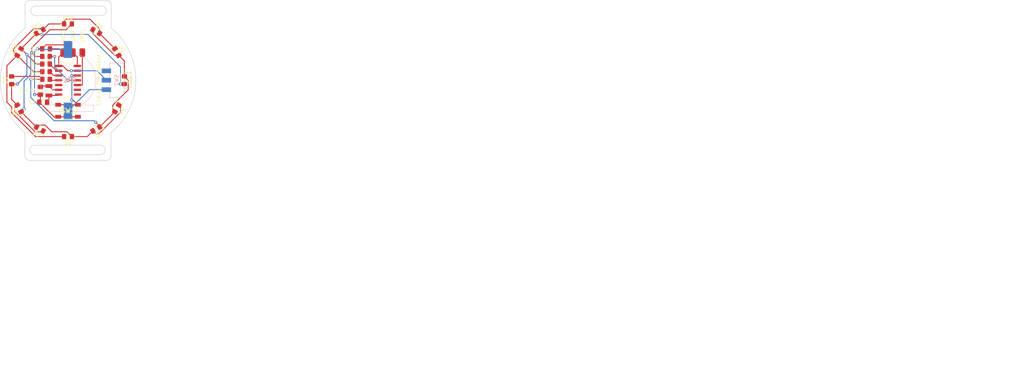
<source format=kicad_pcb>
(kicad_pcb (version 20211014) (generator pcbnew)
  (layers (0 "F.Cu" signal) (31 "B.Cu" signal) (34 "B.Paste" user) (35 "F.Paste" user) (36 "B.SilkS" user "B.Silkscreen") (37 "F.SilkS" user "F.Silkscreen") (38 "B.Mask" user) (39 "F.Mask" user) (44 "Edge.Cuts" user))
  (net 0 "")
  (net 1 "GND")
  (net 2 "Net-(C1-Pad2)")
  (net 3 "Net-(C2-Pad2)")
  (net 4 "VCC")
  (net 5 "PA5")
  (net 6 "PA6")
  (net 7 "PA4")
  (net 8 "PA1")
  (net 9 "Net-(R1-Pad1)")
  (net 10 "Net-(R2-Pad1)")
  (net 11 "Net-(R3-Pad1)")
  (net 12 "Net-(R4-Pad1)")
  (net 16 "UPDI")
  (net 17 "button")
  (net 20 "Net-(BT1-Pad1)")
  (footprint "LED_SMD:LED_0805_2012Metric_Pad1.15x1.40mm_HandSolder" (layer "F.Cu") (at -7.5 -12.99 30)
    (fp_text reference "D11" (at 0 -1.65 30) (layer "F.SilkS"))
    (fp_text value "LED")
    (fp_line (start -1.86 0.96) (end 1 0.96) (layer "F.SilkS") (width 0.12))
    (fp_line (start -1.86 -0.96) (end -1.86 0.96) (layer "F.SilkS") (width 0.12))
    (fp_line (start 1 -0.96) (end -1.86 -0.96) (layer "F.SilkS") (width 0.12))
    (pad "1" smd roundrect (at -1.025 0 30) (size 1.15 1.4) (layers "F.Cu" "F.Paste" "F.Mask") (roundrect_rratio 0.217391) (net 7 "PA4"))
    (pad "2" smd roundrect (at 1.025 0 30) (size 1.15 1.4) (layers "F.Cu" "F.Paste" "F.Mask") (roundrect_rratio 0.217391) (net 5 "PA5"))
  )
  (footprint "tactile_button:PTS647SN50SMTR2LFS" (layer "F.Cu") (at 0 8.128 180)
    (fp_text reference "SW1" (at 0 0) (layer "F.SilkS") (effects (font (size 1.27 1.27) (thickness 0.254))))
    (fp_text value "SW_MEC_5E" hide)
    (fp_line (start 2.25 0.5) (end 2.25 -0.5) (layer "F.SilkS") (width 0.1))
    (fp_line (start -1.5 2.25) (end 1.5 2.25) (layer "F.SilkS") (width 0.1))
    (fp_line (start -2.25 0.5) (end -2.25 -0.5) (layer "F.SilkS") (width 0.1))
    (fp_line (start -1.5 -2.25) (end 1.5 -2.25) (layer "F.SilkS") (width 0.1))
    (pad "1" smd rect locked (at -2.625 1.6 270) (size 1 1.55) (layers "F.Cu" "F.Paste" "F.Mask") (net 17 "button"))
    (pad "2" smd rect locked (at 2.625 1.6 270) (size 1 1.55) (layers "F.Cu" "F.Paste" "F.Mask") (net 17 "button"))
    (pad "3" smd rect locked (at 2.625 -1.6 270) (size 1 1.55) (layers "F.Cu" "F.Paste" "F.Mask") (net 1 "GND"))
    (pad "4" smd rect locked (at -2.625 -1.6 270) (size 1 1.55) (layers "F.Cu" "F.Paste" "F.Mask") (net 1 "GND"))
  )
  (footprint "LED_SMD:LED_0805_2012Metric_Pad1.15x1.40mm_HandSolder" (layer "F.Cu") (at 7.5 -12.99 -30)
    (fp_text reference "D1" (at 0 -1.65 150) (layer "F.SilkS"))
    (fp_text value "LED")
    (fp_line (start -1.86 -0.96) (end -1.86 0.96) (layer "F.SilkS") (width 0.12))
    (fp_line (start 1 -0.96) (end -1.86 -0.96) (layer "F.SilkS") (width 0.12))
    (fp_line (start -1.86 0.96) (end 1 0.96) (layer "F.SilkS") (width 0.12))
    (pad "1" smd roundrect (at -1.025 0 330) (size 1.15 1.4) (layers "F.Cu" "F.Paste" "F.Mask") (roundrect_rratio 0.217391) (net 6 "PA6"))
    (pad "2" smd roundrect (at 1.025 0 330) (size 1.15 1.4) (layers "F.Cu" "F.Paste" "F.Mask") (roundrect_rratio 0.217391) (net 5 "PA5"))
  )
  (footprint "LED_SMD:LED_0805_2012Metric_Pad1.15x1.40mm_HandSolder" (layer "F.Cu") (at 15 0 -90)
    (fp_text reference "D3" (at 0 -1.65 90) (layer "F.SilkS"))
    (fp_text value "LED")
    (fp_line (start -1.86 0.96) (end 1 0.96) (layer "F.SilkS") (width 0.12))
    (fp_line (start -1.86 -0.96) (end -1.86 0.96) (layer "F.SilkS") (width 0.12))
    (fp_line (start 1 -0.96) (end -1.86 -0.96) (layer "F.SilkS") (width 0.12))
    (pad "1" smd roundrect (at -1.025 0 270) (size 1.15 1.4) (layers "F.Cu" "F.Paste" "F.Mask") (roundrect_rratio 0.217391) (net 6 "PA6"))
    (pad "2" smd roundrect (at 1.025 0 270) (size 1.15 1.4) (layers "F.Cu" "F.Paste" "F.Mask") (roundrect_rratio 0.217391) (net 7 "PA4"))
  )
  (footprint "Resistor_SMD:R_0805_2012Metric_Pad1.20x1.40mm_HandSolder" (layer "F.Cu") (at -5.842 -4.318 180)
    (fp_text reference "R2" (at 3.175 0) (layer "F.SilkS"))
    (fp_text value "R")
    (fp_line (start -0.227064 -0.735) (end 0.227064 -0.735) (layer "F.SilkS") (width 0.12))
    (fp_line (start -0.227064 0.735) (end 0.227064 0.735) (layer "F.SilkS") (width 0.12))
    (pad "1" smd roundrect (at -1 0 180) (size 1.2 1.4) (layers "F.Cu" "F.Paste" "F.Mask") (roundrect_rratio 0.208333) (net 10 "Net-(R2-Pad1)"))
    (pad "2" smd roundrect (at 1 0 180) (size 1.2 1.4) (layers "F.Cu" "F.Paste" "F.Mask") (roundrect_rratio 0.208333) (net 7 "PA4"))
  )
  (footprint "LED_SMD:LED_0805_2012Metric_Pad1.15x1.40mm_HandSolder" (layer "F.Cu") (at 12.99 7.5 -120)
    (fp_text reference "D4" (at 0.019834 -1.729646 60) (layer "F.SilkS"))
    (fp_text value "LED")
    (fp_line (start 1 -0.96) (end -1.86 -0.96) (layer "F.SilkS") (width 0.12))
    (fp_line (start -1.86 -0.96) (end -1.86 0.96) (layer "F.SilkS") (width 0.12))
    (fp_line (start -1.86 0.96) (end 1 0.96) (layer "F.SilkS") (width 0.12))
    (pad "1" smd roundrect (at -1.025 0 240) (size 1.15 1.4) (layers "F.Cu" "F.Paste" "F.Mask") (roundrect_rratio 0.217391) (net 8 "PA1"))
    (pad "2" smd roundrect (at 1.025 0 240) (size 1.15 1.4) (layers "F.Cu" "F.Paste" "F.Mask") (roundrect_rratio 0.217391) (net 6 "PA6"))
  )
  (footprint "Capacitor_SMD:C_0805_2012Metric_Pad1.18x1.45mm_HandSolder" (layer "F.Cu") (at -5.842 -8.382)
    (fp_text reference "C3" (at -3.175 0) (layer "F.SilkS"))
    (fp_text value "C")
    (fp_line (start -0.261252 -0.735) (end 0.261252 -0.735) (layer "F.SilkS") (width 0.12))
    (fp_line (start -0.261252 0.735) (end 0.261252 0.735) (layer "F.SilkS") (width 0.12))
    (pad "1" smd roundrect (at -1.0375 0) (size 1.175 1.45) (layers "F.Cu" "F.Paste" "F.Mask") (roundrect_rratio 0.212766) (net 1 "GND"))
    (pad "2" smd roundrect (at 1.0375 0) (size 1.175 1.45) (layers "F.Cu" "F.Paste" "F.Mask") (roundrect_rratio 0.212766) (net 4 "VCC"))
  )
  (footprint "Resistor_SMD:R_0805_2012Metric_Pad1.20x1.40mm_HandSolder" (layer "F.Cu") (at -5.842 -2.286 180)
    (fp_text reference "R3" (at 3.175 0) (layer "F.SilkS"))
    (fp_text value "R")
    (fp_line (start -0.227064 0.735) (end 0.227064 0.735) (layer "F.SilkS") (width 0.12))
    (fp_line (start -0.227064 -0.735) (end 0.227064 -0.735) (layer "F.SilkS") (width 0.12))
    (pad "1" smd roundrect (at -1 0 180) (size 1.2 1.4) (layers "F.Cu" "F.Paste" "F.Mask") (roundrect_rratio 0.208333) (net 11 "Net-(R3-Pad1)"))
    (pad "2" smd roundrect (at 1 0 180) (size 1.2 1.4) (layers "F.Cu" "F.Paste" "F.Mask") (roundrect_rratio 0.208333) (net 5 "PA5"))
  )
  (footprint "LED_SMD:LED_0805_2012Metric_Pad1.15x1.40mm_HandSolder" (layer "F.Cu") (at 12.99 -7.5 -60)
    (fp_text reference "D2" (at 0 -1.65 120) (layer "F.SilkS"))
    (fp_text value "LED")
    (fp_line (start -1.86 -0.96) (end -1.86 0.96) (layer "F.SilkS") (width 0.12))
    (fp_line (start 1 -0.96) (end -1.86 -0.96) (layer "F.SilkS") (width 0.12))
    (fp_line (start -1.86 0.96) (end 1 0.96) (layer "F.SilkS") (width 0.12))
    (pad "1" smd roundrect (at -1.025 0 300) (size 1.15 1.4) (layers "F.Cu" "F.Paste" "F.Mask") (roundrect_rratio 0.217391) (net 5 "PA5"))
    (pad "2" smd roundrect (at 1.025 0 300) (size 1.15 1.4) (layers "F.Cu" "F.Paste" "F.Mask") (roundrect_rratio 0.217391) (net 6 "PA6"))
  )
  (footprint "Package_SO:SOIC-14_3.9x8.7mm_P1.27mm" (layer "F.Cu") (at 0 0)
    (fp_text reference "U1" hide)
    (fp_text value "ATtiny414-SS")
    (fp_line (start 0 -4.435) (end 1.95 -4.435) (layer "F.SilkS") (width 0.12))
    (fp_line (start 0 -4.435) (end -3.45 -4.435) (layer "F.SilkS") (width 0.12))
    (fp_line (start 0 4.435) (end -1.95 4.435) (layer "F.SilkS") (width 0.12))
    (fp_line (start 0 4.435) (end 1.95 4.435) (layer "F.SilkS") (width 0.12))
    (pad "1" smd roundrect (at -2.475 -3.81) (size 1.95 0.6) (layers "F.Cu" "F.Paste" "F.Mask") (net 4 "VCC"))
    (pad "2" smd roundrect (at -2.475 -2.54) (size 1.95 0.6) (layers "F.Cu" "F.Paste" "F.Mask") (net 10 "Net-(R2-Pad1)"))
    (pad "3" smd roundrect (at -2.475 -1.27) (size 1.95 0.6) (layers "F.Cu" "F.Paste" "F.Mask") (net 11 "Net-(R3-Pad1)"))
    (pad "4" smd roundrect (at -2.475 0) (size 1.95 0.6) (layers "F.Cu" "F.Paste" "F.Mask") (net 12 "Net-(R4-Pad1)"))
    (pad "5" smd roundrect (at -2.475 1.27) (size 1.95 0.6) (layers "F.Cu" "F.Paste" "F.Mask"))
    (pad "6" smd roundrect (at -2.475 2.54) (size 1.95 0.6) (layers "F.Cu" "F.Paste" "F.Mask") (net 3 "Net-(C2-Pad2)"))
    (pad "7" smd roundrect (at -2.475 3.81) (size 1.95 0.6) (layers "F.Cu" "F.Paste" "F.Mask") (net 2 "Net-(C1-Pad2)"))
    (pad "8" smd roundrect (at 2.475 3.81) (size 1.95 0.6) (layers "F.Cu" "F.Paste" "F.Mask"))
    (pad "9" smd roundrect (at 2.475 2.54) (size 1.95 0.6) (layers "F.Cu" "F.Paste" "F.Mask"))
    (pad "10" smd roundrect (at 2.475 1.27) (size 1.95 0.6) (layers "F.Cu" "F.Paste" "F.Mask") (net 16 "UPDI"))
    (pad "11" smd roundrect (at 2.475 0) (size 1.95 0.6) (layers "F.Cu" "F.Paste" "F.Mask") (net 9 "Net-(R1-Pad1)"))
    (pad "12" smd roundrect (at 2.475 -1.27) (size 1.95 0.6) (layers "F.Cu" "F.Paste" "F.Mask") (net 17 "button"))
    (pad "13" smd roundrect (at 2.475 -2.54) (size 1.95 0.6) (layers "F.Cu" "F.Paste" "F.Mask"))
    (pad "14" smd roundrect (at 2.475 -3.81) (size 1.95 0.6) (layers "F.Cu" "F.Paste" "F.Mask") (net 1 "GND"))
  )
  (footprint "Resistor_SMD:R_0805_2012Metric_Pad1.20x1.40mm_HandSolder" (layer "F.Cu") (at -5.842 -0.254 180)
    (fp_text reference "R4" (at 3.175 0) (layer "F.SilkS"))
    (fp_text value "R")
    (fp_line (start -0.227064 -0.735) (end 0.227064 -0.735) (layer "F.SilkS") (width 0.12))
    (fp_line (start -0.227064 0.735) (end 0.227064 0.735) (layer "F.SilkS") (width 0.12))
    (pad "1" smd roundrect (at -1 0 180) (size 1.2 1.4) (layers "F.Cu" "F.Paste" "F.Mask") (roundrect_rratio 0.208333) (net 12 "Net-(R4-Pad1)"))
    (pad "2" smd roundrect (at 1 0 180) (size 1.2 1.4) (layers "F.Cu" "F.Paste" "F.Mask") (roundrect_rratio 0.208333) (net 6 "PA6"))
  )
  (footprint "LED_SMD:LED_0805_2012Metric_Pad1.15x1.40mm_HandSolder" (layer "F.Cu") (at 0 -15)
    (fp_text reference "D12" (at 0 -1.5608) (layer "F.SilkS") (effects (font (size 0.95 0.95))))
    (fp_text value "LED")
    (fp_line (start -1.86 0.96) (end 1 0.96) (layer "F.SilkS") (width 0.12))
    (fp_line (start -1.86 -0.96) (end -1.86 0.96) (layer "F.SilkS") (width 0.12))
    (fp_line (start 1 -0.96) (end -1.86 -0.96) (layer "F.SilkS") (width 0.12))
    (pad "1" smd roundrect (at -1.025 0) (size 1.15 1.4) (layers "F.Cu" "F.Paste" "F.Mask") (roundrect_rratio 0.217391) (net 5 "PA5"))
    (pad "2" smd roundrect (at 1.025 0) (size 1.15 1.4) (layers "F.Cu" "F.Paste" "F.Mask") (roundrect_rratio 0.217391) (net 8 "PA1"))
  )
  (footprint "LED_SMD:LED_0805_2012Metric_Pad1.15x1.40mm_HandSolder" (layer "F.Cu") (at 0 15 180)
    (fp_text reference "D6" (at 0 -1.65) (layer "F.SilkS"))
    (fp_text value "LED")
    (fp_line (start -1.86 0.96) (end 1 0.96) (layer "F.SilkS") (width 0.12))
    (fp_line (start 1 -0.96) (end -1.86 -0.96) (layer "F.SilkS") (width 0.12))
    (fp_line (start -1.86 -0.96) (end -1.86 0.96) (layer "F.SilkS") (width 0.12))
    (pad "1" smd roundrect (at -1.025 0 180) (size 1.15 1.4) (layers "F.Cu" "F.Paste" "F.Mask") (roundrect_rratio 0.217391) (net 8 "PA1"))
    (pad "2" smd roundrect (at 1.025 0 180) (size 1.15 1.4) (layers "F.Cu" "F.Paste" "F.Mask") (roundrect_rratio 0.217391) (net 5 "PA5"))
  )
  (footprint "LED_SMD:LED_0805_2012Metric_Pad1.15x1.40mm_HandSolder" (layer "F.Cu") (at -12.99 -7.5 60)
    (fp_text reference "D10" (at 0 -1.65 60) (layer "F.SilkS"))
    (fp_text value "LED")
    (fp_line (start -1.86 0.96) (end 1 0.96) (layer "F.SilkS") (width 0.12))
    (fp_line (start 1 -0.96) (end -1.86 -0.96) (layer "F.SilkS") (width 0.12))
    (fp_line (start -1.86 -0.96) (end -1.86 0.96) (layer "F.SilkS") (width 0.12))
    (pad "1" smd roundrect (at -1.025 0 60) (size 1.15 1.4) (layers "F.Cu" "F.Paste" "F.Mask") (roundrect_rratio 0.217391) (net 5 "PA5"))
    (pad "2" smd roundrect (at 1.025 0 60) (size 1.15 1.4) (layers "F.Cu" "F.Paste" "F.Mask") (roundrect_rratio 0.217391) (net 7 "PA4"))
  )
  (footprint "PCB_watch:UPDI_programmer" (layer "F.Cu") (at 1.27 -7.366 -90)
    (fp_text reference "J1" hide)
    (fp_text value "Conn_01x03_Male")
    (pad "1" smd roundrect (at 0 2.54 270) (size 2.286 1.524) (layers "F.Cu" "F.Paste" "F.Mask") (net 4 "VCC"))
    (pad "2" smd roundrect (at 0 0 270) (size 2.286 1.524) (layers "F.Cu" "F.Paste" "F.Mask") (net 1 "GND"))
    (pad "3" smd roundrect (at 0 -2.54 270) (size 2.286 1.524) (layers "F.Cu" "F.Paste" "F.Mask") (net 16 "UPDI"))
  )
  (footprint "Resistor_SMD:R_0805_2012Metric_Pad1.20x1.40mm_HandSolder" (layer "F.Cu") (at -5.842 -6.35 180)
    (fp_text reference "R1" (at 3.175 0) (layer "F.SilkS"))
    (fp_text value "R")
    (fp_line (start -0.227064 -0.735) (end 0.227064 -0.735) (layer "F.SilkS") (width 0.12))
    (fp_line (start -0.227064 0.735) (end 0.227064 0.735) (layer "F.SilkS") (width 0.12))
    (pad "1" smd roundrect (at -1 0 180) (size 1.2 1.4) (layers "F.Cu" "F.Paste" "F.Mask") (roundrect_rratio 0.208333) (net 9 "Net-(R1-Pad1)"))
    (pad "2" smd roundrect (at 1 0 180) (size 1.2 1.4) (layers "F.Cu" "F.Paste" "F.Mask") (roundrect_rratio 0.208333) (net 8 "PA1"))
  )
  (footprint "LED_SMD:LED_0805_2012Metric_Pad1.15x1.40mm_HandSolder" (layer "F.Cu") (at 7.5 12.99 -150)
    (fp_text reference "D5" (at 0 -1.65 30) (layer "F.SilkS"))
    (fp_text value "LED")
    (fp_line (start -1.86 0.96) (end 1 0.96) (layer "F.SilkS") (width 0.12))
    (fp_line (start 1 -0.96) (end -1.86 -0.96) (layer "F.SilkS") (width 0.12))
    (fp_line (start -1.86 -0.96) (end -1.86 0.96) (layer "F.SilkS") (width 0.12))
    (pad "1" smd roundrect (at -1.025 0 210) (size 1.15 1.4) (layers "F.Cu" "F.Paste" "F.Mask") (roundrect_rratio 0.217391) (net 6 "PA6"))
    (pad "2" smd roundrect (at 1.025 0 210) (size 1.15 1.4) (layers "F.Cu" "F.Paste" "F.Mask") (roundrect_rratio 0.217391) (net 8 "PA1"))
  )
  (footprint "LED_SMD:LED_0805_2012Metric_Pad1.15x1.40mm_HandSolder" (layer "F.Cu") (at -15 0 90)
    (fp_text reference "D9" (at 0 -1.65 90) (layer "F.SilkS"))
    (fp_text value "LED")
    (fp_line (start -1.86 0.96) (end 1 0.96) (layer "F.SilkS") (width 0.12))
    (fp_line (start -1.86 -0.96) (end -1.86 0.96) (layer "F.SilkS") (width 0.12))
    (fp_line (start 1 -0.96) (end -1.86 -0.96) (layer "F.SilkS") (width 0.12))
    (pad "1" smd roundrect (at -1.025 0 90) (size 1.15 1.4) (layers "F.Cu" "F.Paste" "F.Mask") (roundrect_rratio 0.217391) (net 7 "PA4"))
    (pad "2" smd roundrect (at 1.025 0 90) (size 1.15 1.4) (layers "F.Cu" "F.Paste" "F.Mask") (roundrect_rratio 0.217391) (net 6 "PA6"))
  )
  (footprint "Crystal:Crystal_SMD_3215-2Pin_3.2x1.5mm" (layer "F.Cu") (at -5.08 2.794 90)
    (fp_text reference "Y1" (at 0 -4.191 180) (layer "F.SilkS"))
    (fp_text value "Crystal")
    (fp_line (start -0.675 0.875) (end 0.675 0.875) (layer "F.SilkS") (width 0.12))
    (fp_line (start -0.675 -0.875) (end 0.675 -0.875) (layer "F.SilkS") (width 0.12))
    (pad "1" smd rect (at 1.25 0 90) (size 1 1.8) (layers "F.Cu" "F.Paste" "F.Mask") (net 3 "Net-(C2-Pad2)"))
    (pad "2" smd rect (at -1.25 0 90) (size 1 1.8) (layers "F.Cu" "F.Paste" "F.Mask") (net 2 "Net-(C1-Pad2)"))
  )
  (footprint "Capacitor_SMD:C_0805_2012Metric_Pad1.18x1.45mm_HandSolder" (layer "F.Cu") (at -6.604 5.842)
    (fp_text reference "C1" (at -2.794 0) (layer "F.SilkS"))
    (fp_text value "C")
    (fp_line (start -0.261252 0.735) (end 0.261252 0.735) (layer "F.SilkS") (width 0.12))
    (fp_line (start -0.261252 -0.735) (end 0.261252 -0.735) (layer "F.SilkS") (width 0.12))
    (pad "1" smd roundrect (at -1.0375 0) (size 1.175 1.45) (layers "F.Cu" "F.Paste" "F.Mask") (roundrect_rratio 0.212766) (net 1 "GND"))
    (pad "2" smd roundrect (at 1.0375 0) (size 1.175 1.45) (layers "F.Cu" "F.Paste" "F.Mask") (roundrect_rratio 0.212766) (net 2 "Net-(C1-Pad2)"))
  )
  (footprint "Capacitor_SMD:C_0805_2012Metric_Pad1.18x1.45mm_HandSolder" (layer "F.Cu") (at -7.366 2.794 90)
    (fp_text reference "C2" (at 0 -4.445 180) (layer "F.SilkS"))
    (fp_text value "C")
    (fp_line (start -0.261252 0.735) (end 0.261252 0.735) (layer "F.SilkS") (width 0.12))
    (fp_line (start -0.261252 -0.735) (end 0.261252 -0.735) (layer "F.SilkS") (width 0.12))
    (pad "1" smd roundrect (at -1.0375 0 90) (size 1.175 1.45) (layers "F.Cu" "F.Paste" "F.Mask") (roundrect_rratio 0.212766) (net 1 "GND"))
    (pad "2" smd roundrect (at 1.0375 0 90) (size 1.175 1.45) (layers "F.Cu" "F.Paste" "F.Mask") (roundrect_rratio 0.212766) (net 3 "Net-(C2-Pad2)"))
  )
  (footprint "LED_SMD:LED_0805_2012Metric_Pad1.15x1.40mm_HandSolder" (layer "F.Cu") (at -7.5 12.99 150)
    (fp_text reference "D7" (at 0 -1.65 150) (layer "F.SilkS"))
    (fp_text value "LED")
    (fp_line (start -1.86 -0.96) (end -1.86 0.96) (layer "F.SilkS") (width 0.12))
    (fp_line (start -1.86 0.96) (end 1 0.96) (layer "F.SilkS") (width 0.12))
    (fp_line (start 1 -0.96) (end -1.86 -0.96) (layer "F.SilkS") (width 0.12))
    (pad "1" smd roundrect (at -1.025 0 150) (size 1.15 1.4) (layers "F.Cu" "F.Paste" "F.Mask") (roundrect_rratio 0.217391) (net 7 "PA4"))
    (pad "2" smd roundrect (at 1.025 0 150) (size 1.15 1.4) (layers "F.Cu" "F.Paste" "F.Mask") (roundrect_rratio 0.217391) (net 8 "PA1"))
  )
  (footprint "LED_SMD:LED_0805_2012Metric_Pad1.15x1.40mm_HandSolder" (layer "F.Cu") (at -12.99 7.5 120)
    (fp_text reference "D8" (at 0 -1.65 120) (layer "F.SilkS"))
    (fp_text value "LED")
    (fp_line (start 1 -0.96) (end -1.86 -0.96) (layer "F.SilkS") (width 0.12))
    (fp_line (start -1.86 -0.96) (end -1.86 0.96) (layer "F.SilkS") (width 0.12))
    (fp_line (start -1.86 0.96) (end 1 0.96) (layer "F.SilkS") (width 0.12))
    (pad "1" smd roundrect (at -1.025 0 120) (size 1.15 1.4) (layers "F.Cu" "F.Paste" "F.Mask") (roundrect_rratio 0.217391) (net 8 "PA1"))
    (pad "2" smd roundrect (at 1.025 0 120) (size 1.15 1.4) (layers "F.Cu" "F.Paste" "F.Mask") (roundrect_rratio 0.217391) (net 7 "PA4"))
  )
  (footprint "cr1220_battery_holder:S8411-45R_1" (layer "B.Cu") (at 0 0 180)
    (fp_text reference "BT1" (at -0.412 0.096) (layer "B.SilkS") (effects (font (size 1.27 1.27) (thickness 0.254)) (justify mirror)))
    (fp_text value "Battery_Cell" hide)
    (fp_line (start 6.832 -8.307) (end 1.49 -8.307) (layer "B.SilkS") (width 0.1))
    (fp_line (start -6.832 -8.307) (end -1.553 -8.307) (layer "B.SilkS") (width 0.1))
    (fp_line (start 6.832 -8.307) (end 6.832 -6.625) (layer "B.SilkS") (width 0.1))
    (fp_line (start -6.832 -6.625) (end -3.27 -6.625) (layer "B.SilkS") (width 0.1))
    (fp_line (start -6.832 -8.307) (end -6.832 -6.625) (layer "B.SilkS") (width 0.1))
    (fp_line (start 6.832 -6.625) (end 3.296 -6.625) (layer "B.SilkS") (width 0.1))
    (fp_arc (start 3.29687 -6.625) (mid 7.399995 0.000884) (end 3.295287 6.625787) (layer "B.SilkS") (width 0.1))
    (fp_arc (start -3.29687 6.625) (mid -7.399998 -0.000879) (end -3.295295 -6.625783) (layer "B.SilkS") (width 0.1))
    (pad "" np_thru_hole circle locked (at 0 3.725 180) (size 0.001 0.001) (drill 1.05) (layers *.Cu *.Mask))
    (pad "" np_thru_hole circle locked (at 0 -3.725 180) (size 0.001 0.001) (drill 1.3) (layers *.Cu *.Mask))
    (pad "1" smd rect locked (at 0 -8.2 180) (size 2.3 4.5) (layers "B.Cu" "B.Paste" "B.Mask") (net 20 "Net-(BT1-Pad1)"))
    (pad "2" smd rect locked (at 0 8.2 180) (size 2.3 4.5) (layers "B.Cu" "B.Paste" "B.Mask") (net 1 "GND"))
  )
  (footprint "Button_Switch_SMD:SW_SPDT_CK-JS102011SAQN" (layer "B.Cu") (at 12.954 0 -90)
    (fp_text reference "SW2" (at 0 0 90) (layer "B.SilkS") (effects (justify mirror)))
    (fp_text value "SW_SPDT")
    (fp_line (start -2.9 -2.2) (end -2.9 -1.9) (layer "B.SilkS") (width 0.12))
    (fp_line (start 2 -3) (end 2 -2.5) (layer "B.SilkS") (width 0.12))
    (fp_line (start 1.5 -3.8) (end 1.5 -3.8) (layer "B.SilkS") (width 0.12))
    (fp_line (start 1.8 1.9) (end 0.7 1.9) (layer "B.SilkS") (width 0.12))
    (fp_line (start 4.6 1.9) (end 4.6 -1.9) (layer "B.SilkS") (width 0.12))
    (fp_line (start 0.4 -3.8) (end -0.4 -3.8) (layer "B.SilkS") (width 0.12))
    (fp_line (start -4.6 1.9) (end -3.2 1.9) (layer "B.SilkS") (width 0.12))
    (fp_line (start 0.7 1.9) (end 0.7 1.9) (layer "B.SilkS") (width 0.12))
    (fp_line (start -2 -3.8) (end -2 -3.3) (layer "B.SilkS") (width 0.12))
    (fp_line (start -0.7 1.9) (end -1.8 1.9) (layer "B.SilkS") (width 0.12))
    (fp_line (start 2 -3.3) (end 2 -3.3) (layer "B.SilkS") (width 0.12))
    (fp_line (start -2.1 -2.2) (end -2.9 -2.2) (layer "B.SilkS") (width 0.12))
    (fp_line (start 1.2 -3.8) (end 0.7 -3.8) (layer "B.SilkS") (width 0.12))
    (fp_line (start -2 -3) (end -2 -2.5) (layer "B.SilkS") (width 0.12))
    (fp_line (start 4.6 -1.9) (end 2.9 -1.9) (layer "B.SilkS") (width 0.12))
    (fp_line (start -2 -3.3) (end -2 -3.3) (layer "B.SilkS") (width 0.12))
    (fp_line (start -2 -2.5) (end -2 -2.5) (layer "B.SilkS") (width 0.12))
    (fp_line (start -0.4 -3.8) (end -0.4 -3.8) (layer "B.SilkS") (width 0.12))
    (fp_line (start -1.8 1.9) (end -1.8 1.9) (layer "B.SilkS") (width 0.12))
    (fp_line (start 0.4 -2.2) (end -0.4 -2.2) (layer "B.SilkS") (width 0.12))
    (fp_line (start 2 -3.8) (end 2 -3.3) (layer "B.SilkS") (width 0.12))
    (fp_line (start -4.6 -1.9) (end -4.6 -1.9) (layer "B.SilkS") (width 0.12))
    (fp_line (start 2.1 -1.9) (end 0.4 -1.9) (layer "B.SilkS") (width 0.12))
    (fp_line (start -2.9 -1.9) (end -4.6 -1.9) (layer "B.SilkS") (width 0.12))
    (fp_line (start 2.9 -2.2) (end 2.1 -2.2) (layer "B.SilkS") (width 0.12))
    (fp_line (start -1.2 -3.8) (end -0.7 -3.8) (layer "B.SilkS") (width 0.12))
    (fp_line (start -1.5 -3.8) (end -1.5 -3.8) (layer "B.SilkS") (width 0.12))
    (fp_line (start -2 -3.8) (end -1.5 -3.8) (layer "B.SilkS") (width 0.12))
    (fp_line (start 0.7 -3.8) (end 0.7 -3.8) (layer "B.SilkS") (width 0.12))
    (fp_line (start 2 -3.8) (end 1.5 -3.8) (layer "B.SilkS") (width 0.12))
    (fp_line (start -0.4 -1.9) (end -2.1 -1.9) (layer "B.SilkS") (width 0.12))
    (fp_line (start 3.2 1.9) (end 4.6 1.9) (layer "B.SilkS") (width 0.12))
    (fp_line (start 2.9 -1.9) (end 2.9 -2.2) (layer "B.SilkS") (width 0.12))
    (fp_line (start 2.1 -2.2) (end 2.1 -1.9) (layer "B.SilkS") (width 0.12))
    (fp_line (start -0.7 -3.8) (end -0.7 -3.8) (layer "B.SilkS") (width 0.12))
    (fp_line (start -4.6 -1.9) (end -4.6 1.9) (layer "B.SilkS") (width 0.12))
    (fp_line (start 2 -2.5) (end 2 -2.5) (layer "B.SilkS") (width 0.12))
    (fp_line (start -0.4 -2.2) (end -0.4 -1.9) (layer "B.SilkS") (width 0.12))
    (fp_line (start 0.4 -1.9) (end 0.4 -2.2) (layer "B.SilkS") (width 0.12))
    (fp_line (start -2.1 -1.9) (end -2.1 -2.2) (layer "B.SilkS") (width 0.12))
    (pad "" np_thru_hole circle (at -3.4 0 270) (size 0.9 0.9) (drill 0.9) (layers *.Cu *.Mask))
    (pad "" np_thru_hole circle (at 3.4 0 270) (size 0.9 0.9) (drill 0.9) (layers *.Cu *.Mask))
    (pad "1" smd rect (at -2.5 2.75 270) (size 1.25 2.5) (layers "B.Cu" "B.Paste" "B.Mask"))
    (pad "2" smd rect (at 0 2.75 270) (size 1.25 2.5) (layers "B.Cu" "B.Paste" "B.Mask") (net 4 "VCC"))
    (pad "3" smd rect (at 2.5 2.75 270) (size 1.25 2.5) (layers "B.Cu" "B.Paste" "B.Mask") (net 20 "Net-(BT1-Pad1)"))
  )
  (gr_arc (start -8.902403 19.818475) (mid -10.18648 18.548475) (end -8.902403 17.278475) (layer "Edge.Cuts") (width 0.15))
  (gr_line (start -11.419999 -20.028) (end -11.419192 -13.918072) (layer "Edge.Cuts") (width 0.15))
  (gr_arc (start -11.419999 -20.028) (mid -11.034025 -20.931825) (end -10.121999 -21.298) (layer "Edge.Cuts") (width 0.15))
  (gr_line (start 11.496001 -20.028) (end 11.468001 -13.932) (layer "Edge.Cuts") (width 0.15))
  (gr_arc (start -8.597999 -17.234) (mid -9.867999 -18.504) (end -8.597999 -19.774) (layer "Edge.Cuts") (width 0.15))
  (gr_arc (start 10.198001 -21.298) (mid 11.110026 -20.931824) (end 11.496001 -20.028) (layer "Edge.Cuts") (width 0.15))
  (gr_line (start -11.484403 20.072475) (end -11.456403 13.976475) (layer "Edge.Cuts") (width 0.15))
  (gr_line (start 10.133597 21.342475) (end -10.186403 21.342475) (layer "Edge.Cuts") (width 0.15))
  (gr_line (start 11.431597 20.072475) (end 11.43079 13.962547) (layer "Edge.Cuts") (width 0.15))
  (gr_line (start -8.597999 -17.234) (end 8.914001 -17.234) (layer "Edge.Cuts") (width 0.15))
  (gr_line (start -8.597999 -19.774) (end 8.914001 -19.774) (layer "Edge.Cuts") (width 0.15))
  (gr_line (start 8.609597 17.278475) (end -8.902403 17.278475) (layer "Edge.Cuts") (width 0.15))
  (gr_arc (start 11.468001 -13.932) (mid 18.044808 0.024072) (end 11.43079 13.962547) (layer "Edge.Cuts") (width 0.15))
  (gr_line (start 8.609597 19.818475) (end -8.902403 19.818475) (layer "Edge.Cuts") (width 0.15))
  (gr_arc (start -11.456403 13.976475) (mid -18.010458 0.020434) (end -11.419192 -13.918072) (layer "Edge.Cuts") (width 0.15))
  (gr_arc (start -10.186403 21.342475) (mid -11.098428 20.976299) (end -11.484403 20.072475) (layer "Edge.Cuts") (width 0.15))
  (gr_line (start -10.121999 -21.298) (end 10.198001 -21.298) (layer "Edge.Cuts") (width 0.15))
  (gr_arc (start 8.609597 17.278475) (mid 9.879597 18.548475) (end 8.609597 19.818475) (layer "Edge.Cuts") (width 0.15))
  (gr_arc (start 11.431597 20.072475) (mid 11.045623 20.9763) (end 10.133597 21.342475) (layer "Edge.Cuts") (width 0.15))
  (gr_arc (start 8.914001 -19.774) (mid 10.198078 -18.504) (end 8.914001 -17.234) (layer "Edge.Cuts") (width 0.15))
  (gr_text "UPDI" (at 3.81 -11.684 90) (layer "F.SilkS") (effects (font (size 1 1))))
  (gr_text "VCC" (at -1.27 -11.684 90) (layer "F.SilkS") (effects (font (size 1 1))))
  (gr_text "End of the Galaxy" (at 8.128 0 90) (layer "F.SilkS") (effects (font (size 1 1))))
  (gr_text "GND" (at 1.2954 -11.684 90) (layer "F.SilkS") (effects (font (size 1 1))))
  (segment (start 2.475 -6.161) (end 2.475 -3.81) (width 0.25) (layer "F.Cu") (net 1))
  (segment (start -6.8795 -8.382) (end -8.128 -8.382) (width 0.25) (layer "F.Cu") (net 1))
  (segment (start 1.27 -7.366) (end 2.475 -6.161) (width 0.25) (layer "F.Cu") (net 1))
  (segment (start -7.6415 5.842) (end -3.7555 9.728) (width 0.25) (layer "F.Cu") (net 1))
  (segment (start -7.366 5.5665) (end -7.6415 5.842) (width 0.25) (layer "F.Cu") (net 1))
  (segment (start -6.8795 -8.382) (end -5.8295 -9.432) (width 0.25) (layer "F.Cu") (net 1))
  (segment (start -8.89 3.81) (end -7.3875 3.81) (width 0.25) (layer "F.Cu") (net 1))
  (segment (start -3.7555 9.728) (end -2.625 9.728) (width 0.25) (layer "F.Cu") (net 1))
  (segment (start -2.625 9.728) (end 2.625 9.728) (width 0.25) (layer "F.Cu") (net 1))
  (segment (start -7.3875 3.81) (end -7.366 3.8315) (width 0.25) (layer "F.Cu") (net 1))
  (segment (start -7.366 3.8315) (end -7.366 5.5665) (width 0.25) (layer "F.Cu") (net 1))
  (segment (start -5.8295 -9.432) (end -0.796 -9.432) (width 0.25) (layer "F.Cu") (net 1))
  (segment (start -0.796 -9.432) (end 1.27 -7.366) (width 0.25) (layer "F.Cu") (net 1))
  (via (at -8.128 -8.382) (size 0.8) (drill 0.4) (layers "F.Cu" "B.Cu") (net 1))
  (via (at -8.89 3.81) (size 0.8) (drill 0.4) (layers "F.Cu" "B.Cu") (net 1))
  (segment (start -7.946 -8.2) (end 0 -8.2) (width 0.25) (layer "B.Cu") (net 1))
  (segment (start -8.89 -7.62) (end -8.89 3.81) (width 0.25) (layer "B.Cu") (net 1))
  (segment (start -8.128 -8.382) (end -7.946 -8.2) (width 0.25) (layer "B.Cu") (net 1))
  (segment (start -8.128 -8.382) (end -8.89 -7.62) (width 0.25) (layer "B.Cu") (net 1))
  (segment (start -2.709 4.044) (end -5.08 4.044) (width 0.25) (layer "F.Cu") (net 2))
  (segment (start -2.475 3.81) (end -2.709 4.044) (width 0.25) (layer "F.Cu") (net 2))
  (segment (start -5.08 5.3555) (end -5.5665 5.842) (width 0.25) (layer "F.Cu") (net 2))
  (segment (start -5.08 4.044) (end -5.08 5.3555) (width 0.25) (layer "F.Cu") (net 2))
  (segment (start -2.475 2.54) (end -4.084 2.54) (width 0.25) (layer "F.Cu") (net 3))
  (segment (start -4.084 2.54) (end -5.08 1.544) (width 0.25) (layer "F.Cu") (net 3))
  (segment (start -5.08 1.544) (end -7.1535 1.544) (width 0.25) (layer "F.Cu") (net 3))
  (segment (start -7.1535 1.544) (end -7.366 1.7565) (width 0.25) (layer "F.Cu") (net 3))
  (segment (start -2.475 -6.161) (end -1.27 -7.366) (width 0.25) (layer "F.Cu") (net 4))
  (segment (start -2.286 -8.382) (end -1.27 -7.366) (width 0.25) (layer "F.Cu") (net 4))
  (segment (start -4.8045 -8.382) (end -2.286 -8.382) (width 0.25) (layer "F.Cu") (net 4))
  (segment (start 0.9005 -2.54) (end -0.087794 -2.54) (width 0.25) (layer "F.Cu") (net 4))
  (segment (start -1.357794 -3.81) (end -2.475 -3.81) (width 0.25) (layer "F.Cu") (net 4))
  (segment (start -2.475 -3.81) (end -2.475 -6.161) (width 0.25) (layer "F.Cu") (net 4))
  (segment (start -0.087794 -2.54) (end -1.357794 -3.81) (width 0.25) (layer "F.Cu") (net 4))
  (via (at 0.9005 -2.54) (size 0.8) (drill 0.4) (layers "F.Cu" "B.Cu") (net 4))
  (segment (start 10.204 0) (end 7.664 -2.54) (width 0.25) (layer "B.Cu") (net 4))
  (segment (start 7.664 -2.54) (end 1.016 -2.54) (width 0.25) (layer "B.Cu") (net 4))
  (segment (start 1.016 -2.54) (end 0.9005 -2.54) (width 0.25) (layer "B.Cu") (net 4))
  (segment (start -14.986 7.112) (end -16.256 5.842) (width 0.25) (layer "F.Cu") (net 5))
  (segment (start -0.508 -16.256) (end 5.842 -16.256) (width 0.25) (layer "F.Cu") (net 5))
  (segment (start -1.025 -15.739) (end -0.508 -16.256) (width 0.25) (layer "F.Cu") (net 5))
  (segment (start 8.387676 -12.4775) (end 12.4775 -8.387676) (width 0.25) (layer "F.Cu") (net 5))
  (segment (start -1.025 -15) (end -5.114824 -15) (width 0.25) (layer "F.Cu") (net 5))
  (segment (start -6.612324 -13.5025) (end -6.825824 -13.716) (width 0.25) (layer "F.Cu") (net 5))
  (segment (start 5.842 -16.256) (end 8.387676 -13.710324) (width 0.25) (layer "F.Cu") (net 5))
  (segment (start -9.176176 -2.286) (end -6.842 -2.286) (width 0.25) (layer "F.Cu") (net 5))
  (segment (start -1.025 15) (end -8.622 15) (width 0.25) (layer "F.Cu") (net 5))
  (segment (start -16.256 5.842) (end -16.256 -3.858824) (width 0.25) (layer "F.Cu") (net 5))
  (segment (start -8.622 15) (end -14.986 8.636) (width 0.25) (layer "F.Cu") (net 5))
  (segment (start -16.256 -3.858824) (end -13.5025 -6.612324) (width 0.25) (layer "F.Cu") (net 5))
  (segment (start -5.114824 -15) (end -6.612324 -13.5025) (width 0.25) (layer "F.Cu") (net 5))
  (segment (start -14.478 -8.382) (end -14.478 -7.587824) (width 0.25) (layer "F.Cu") (net 5))
  (segment (start -14.478 -7.587824) (end -13.5025 -6.612324) (width 0.25) (layer "F.Cu") (net 5))
  (segment (start -14.986 8.636) (end -14.986 7.112) (width 0.25) (layer "F.Cu") (net 5))
  (segment (start -1.025 -15) (end -1.025 -15.739) (width 0.25) (layer "F.Cu") (net 5))
  (segment (start -9.144 -13.716) (end -14.478 -8.382) (width 0.25) (layer "F.Cu") (net 5))
  (segment (start -6.825824 -13.716) (end -9.144 -13.716) (width 0.25) (layer "F.Cu") (net 5))
  (segment (start -13.5025 -6.612324) (end -9.176176 -2.286) (width 0.25) (layer "F.Cu") (net 5))
  (segment (start 8.387676 -13.710324) (end 8.387676 -12.4775) (width 0.25) (layer "F.Cu") (net 5))
  (segment (start 11.938 6.604) (end 11.938 7.848176) (width 0.25) (layer "F.Cu") (net 6))
  (segment (start -15 -1.025) (end -7.613 -1.025) (width 0.25) (layer "F.Cu") (net 6))
  (segment (start 8.387676 12.4775) (end 12.4775 8.387676) (width 0.25) (layer "F.Cu") (net 6))
  (segment (start 13.5025 -6.612324) (end 12.437676 -6.612324) (width 0.25) (layer "F.Cu") (net 6))
  (segment (start 6.612324 -12.437676) (end 6.612324 -13.5025) (width 0.25) (layer "F.Cu") (net 6))
  (segment (start 12.437676 -6.612324) (end 6.612324 -12.437676) (width 0.25) (layer "F.Cu") (net 6))
  (segment (start -7.613 -1.025) (end -6.842 -0.254) (width 0.25) (layer "F.Cu") (net 6))
  (segment (start 15 -5.114824) (end 15 -1.025) (width 0.25) (layer "F.Cu") (net 6))
  (segment (start 8.387676 12.197676) (end 7.366 11.176) (width 0.25) (layer "F.Cu") (net 6))
  (segment (start 16.025 2.517) (end 11.938 6.604) (width 0.25) (layer "F.Cu") (net 6))
  (segment (start 8.387676 12.4775) (end 8.387676 12.197676) (width 0.25) (layer "F.Cu") (net 6))
  (segment (start -9.906 -0.254) (end -6.842 -0.254) (width 0.25) (layer "F.Cu") (net 6))
  (segment (start 11.938 7.848176) (end 12.4775 8.387676) (width 0.25) (layer "F.Cu") (net 6))
  (segment (start 16.025 0) (end 16.025 2.517) (width 0.25) (layer "F.Cu") (net 6))
  (segment (start 15 -1.025) (end 16.025 0) (width 0.25) (layer "F.Cu") (net 6))
  (segment (start 13.5025 -6.612324) (end 15 -5.114824) (width 0.25) (layer "F.Cu") (net 6))
  (via (at -9.906 -0.254) (size 0.8) (drill 0.4) (layers "F.Cu" "B.Cu") (net 6))
  (via (at 7.366 11.176) (size 0.8) (drill 0.4) (layers "F.Cu" "B.Cu") (net 6))
  (segment (start 6.965 10.775) (end -3.703 10.775) (width 0.25) (layer "B.Cu") (net 6))
  (segment (start -9.906 4.572) (end -9.906 -0.254) (width 0.25) (layer "B.Cu") (net 6))
  (segment (start -3.703 10.775) (end -9.906 4.572) (width 0.25) (layer "B.Cu") (net 6))
  (segment (start 7.366 11.176) (end 6.965 10.775) (width 0.25) (layer "B.Cu") (net 6))
  (segment (start -8.102176 -12.192) (end -8.387676 -12.4775) (width 0.25) (layer "F.Cu") (net 7))
  (segment (start -14.224 8.247486) (end -8.755486 13.716) (width 0.25) (layer "F.Cu") (net 7))
  (segment (start -6.825824 13.716) (end -6.612324 13.5025) (width 0.25) (layer "F.Cu") (net 7))
  (segment (start -8.407824 -4.318) (end -6.842 -4.318) (width 0.25) (layer "F.Cu") (net 7))
  (segment (start -8.755486 13.716) (end -6.825824 13.716) (width 0.25) (layer "F.Cu") (net 7))
  (segment (start 13.979 1.025) (end 13.97 1.016) (width 0.25) (layer "F.Cu") (net 7))
  (segment (start -14.224 7.333824) (end -14.224 8.247486) (width 0.25) (layer "F.Cu") (net 7))
  (segment (start -13.471 1.025) (end -13.462 1.016) (width 0.25) (layer "F.Cu") (net 7))
  (segment (start -14.986 3.81) (end -14.986 5.128824) (width 0.25) (layer "F.Cu") (net 7))
  (segment (start -7.112 -12.192) (end -8.102176 -12.192) (width 0.25) (layer "F.Cu") (net 7))
  (segment (start -8.387676 -12.4775) (end -12.4775 -8.387676) (width 0.25) (layer "F.Cu") (net 7))
  (segment (start -10.934912 -6.845088) (end -8.407824 -4.318) (width 0.25) (layer "F.Cu") (net 7))
  (segment (start -14.986 5.128824) (end -13.5025 6.612324) (width 0.25) (layer "F.Cu") (net 7))
  (segment (start -15 1.025) (end -13.471 1.025) (width 0.25) (layer "F.Cu") (net 7))
  (segment (start -15 3.796) (end -14.986 3.81) (width 0.25) (layer "F.Cu") (net 7))
  (segment (start -15 1.025) (end -15 3.796) (width 0.25) (layer "F.Cu") (net 7))
  (segment (start -13.5025 6.612324) (end -14.224 7.333824) (width 0.25) (layer "F.Cu") (net 7))
  (segment (start 15 1.025) (end 13.979 1.025) (width 0.25) (layer "F.Cu") (net 7))
  (segment (start -12.4775 -8.387676) (end -10.934912 -6.845088) (width 0.25) (layer "F.Cu") (net 7))
  (via (at 13.97 1.016) (size 0.8) (drill 0.4) (layers "F.Cu" "B.Cu") (net 7))
  (via (at -13.462 1.016) (size 0.8) (drill 0.4) (layers "F.Cu" "B.Cu") (net 7))
  (via (at -7.112 -12.192) (size 0.8) (drill 0.4) (layers "F.Cu" "B.Cu") (net 7))
  (via (at -10.934912 -6.845088) (size 0.8) (drill 0.4) (layers "F.Cu" "B.Cu") (net 7))
  (segment (start 5.328728 -12.192) (end -7.112 -12.192) (width 0.25) (layer "B.Cu") (net 7))
  (segment (start 13.97 -3.550728) (end 5.328728 -12.192) (width 0.25) (layer "B.Cu") (net 7))
  (segment (start 13.97 1.016) (end 13.97 -3.550728) (width 0.25) (layer "B.Cu") (net 7))
  (segment (start -10.934912 -1.511088) (end -13.462 1.016) (width 0.25) (layer "B.Cu") (net 7))
  (segment (start -10.934912 -6.845088) (end -10.934912 -1.511088) (width 0.25) (layer "B.Cu") (net 7))
  (segment (start -6.387 -11.901) (end -6.387 -11.891695) (width 0.25) (layer "F.Cu") (net 8))
  (segment (start -8.387676 12.4775) (end -7.848176 11.938) (width 0.25) (layer "F.Cu") (net 8))
  (segment (start 1.025 -15) (end -0.513 -13.462) (width 0.25) (layer "F.Cu") (net 8))
  (segment (start 8.247486 14.224) (end 13.97 8.501486) (width 0.25) (layer "F.Cu") (net 8))
  (segment (start 13.97 8.501486) (end 13.97 7.079824) (width 0.25) (layer "F.Cu") (net 8))
  (segment (start -12.4775 8.387676) (end -12.451676 8.387676) (width 0.25) (layer "F.Cu") (net 8))
  (segment (start -7.848176 11.938) (end -6.096 11.938) (width 0.25) (layer "F.Cu") (net 8))
  (segment (start -0.513 -13.462) (end -4.826 -13.462) (width 0.25) (layer "F.Cu") (net 8))
  (segment (start -12.451676 8.387676) (end -11.684 7.62) (width 0.25) (layer "F.Cu") (net 8))
  (segment (start -6.821 -11.467) (end -9.652 -8.636) (width 0.25) (layer "F.Cu") (net 8))
  (segment (start -0.259 13.716) (end 1.025 15) (width 0.25) (layer "F.Cu") (net 8))
  (segment (start -9.652 -8.636) (end -9.652 -7.366) (width 0.25) (layer "F.Cu") (net 8))
  (segment (start -4.826 -13.462) (end -6.387 -11.901) (width 0.25) (layer "F.Cu") (net 8))
  (segment (start 7.333824 14.224) (end 8.247486 14.224) (width 0.25) (layer "F.Cu") (net 8))
  (segment (start 1.025 15) (end 5.114824 15) (width 0.25) (layer "F.Cu") (net 8))
  (segment (start -6.811695 -11.467) (end -6.821 -11.467) (width 0.25) (layer "F.Cu") (net 8))
  (segment (start 6.612324 13.5025) (end 7.333824 14.224) (width 0.25) (layer "F.Cu") (net 8))
  (segment (start -8.636 -6.35) (end -6.842 -6.35) (width 0.25) (layer "F.Cu") (net 8))
  (segment (start -4.318 13.716) (end -0.259 13.716) (width 0.25) (layer "F.Cu") (net 8))
  (segment (start 5.114824 15) (end 6.612324 13.5025) (width 0.25) (layer "F.Cu") (net 8))
  (segment (start -6.387 -11.891695) (end -6.811695 -11.467) (width 0.25) (layer "F.Cu") (net 8))
  (segment (start -6.096 11.938) (end -4.318 13.716) (width 0.25) (layer "F.Cu") (net 8))
  (segment (start -9.652 -7.366) (end -8.636 -6.35) (width 0.25) (layer "F.Cu") (net 8))
  (segment (start 13.97 7.079824) (end 13.5025 6.612324) (width 0.25) (layer "F.Cu") (net 8))
  (segment (start -12.4775 8.387676) (end -8.387676 12.4775) (width 0.25) (layer "F.Cu") (net 8))
  (via (at -9.652 -7.366) (size 0.8) (drill 0.4) (layers "F.Cu" "B.Cu") (net 8))
  (via (at -11.684 7.62) (size 0.8) (drill 0.4) (layers "F.Cu" "B.Cu") (net 8))
  (segment (start -9.906 -7.112) (end -9.652 -7.366) (width 0.25) (layer "B.Cu") (net 8))
  (segment (start -11.684 7.62) (end -11.684 0.254) (width 0.25) (layer "B.Cu") (net 8))
  (segment (start -11.684 0.254) (end -9.906 -1.524) (width 0.25) (layer "B.Cu") (net 8))
  (segment (start -9.906 -1.524) (end -9.906 -7.112) (width 0.25) (layer "B.Cu") (net 8))
  (segment (start 0 0) (end 2.475 0) (width 0.25) (layer "F.Cu") (net 9))
  (segment (start -4.842 -6.35) (end -3.556 -6.35) (width 0.25) (layer "F.Cu") (net 9))
  (via (at 0 0) (size 0.8) (drill 0.4) (layers "F.Cu" "B.Cu") (net 9))
  (via (at -3.556 -6.35) (size 0.8) (drill 0.4) (layers "F.Cu" "B.Cu") (net 9))
  (segment (start 0 0) (end -3.556 -3.556) (width 0.25) (layer "B.Cu") (net 9))
  (segment (start -3.556 -3.556) (end -3.556 -6.35) (width 0.25) (layer "B.Cu") (net 9))
  (segment (start -3.064 -2.54) (end -4.842 -4.318) (width 0.25) (layer "F.Cu") (net 10))
  (segment (start -2.475 -2.54) (end -3.064 -2.54) (width 0.25) (layer "F.Cu") (net 10))
  (segment (start -2.475 -1.27) (end -3.826 -1.27) (width 0.25) (layer "F.Cu") (net 11))
  (segment (start -3.826 -1.27) (end -4.842 -2.286) (width 0.25) (layer "F.Cu") (net 11))
  (segment (start -2.475 0) (end -4.588 0) (width 0.25) (layer "F.Cu") (net 12))
  (segment (start -4.588 0) (end -4.842 -0.254) (width 0.25) (layer "F.Cu") (net 12))
  (segment (start 3.81 -7.366) (end 3.81 1.27) (width 0.25) (layer "F.Cu") (net 16))
  (segment (start 3.81 1.27) (end 2.475 1.27) (width 0.25) (layer "F.Cu") (net 16))
  (segment (start 1.025001 5.324999) (end 1.421999 5.324999) (width 0.25) (layer "F.Cu") (net 17))
  (segment (start 1.421999 5.324999) (end 2.625 6.528) (width 0.25) (layer "F.Cu") (net 17))
  (segment (start -2.625 6.528) (end 2.625 6.528) (width 0.25) (layer "F.Cu") (net 17))
  (segment (start 2.475 -1.27) (end 1.016 -1.27) (width 0.25) (layer "F.Cu") (net 17))
  (via (at 1.016 -1.27) (size 0.8) (drill 0.4) (layers "F.Cu" "B.Cu") (net 17))
  (via (at 1.025001 5.324999) (size 0.8) (drill 0.4) (layers "F.Cu" "B.Cu") (net 17))
  (segment (start 1.025001 -1.260999) (end 1.025001 5.324999) (width 0.25) (layer "B.Cu") (net 17))
  (segment (start 1.016 -1.27) (end 1.025001 -1.260999) (width 0.25) (layer "B.Cu") (net 17))
  (segment (start 10.204 2.5) (end 5.7 2.5) (width 0.25) (layer "B.Cu") (net 20))
  (segment (start 5.7 2.5) (end 0 8.2) (width 0.25) (layer "B.Cu") (net 20))
)
</source>
